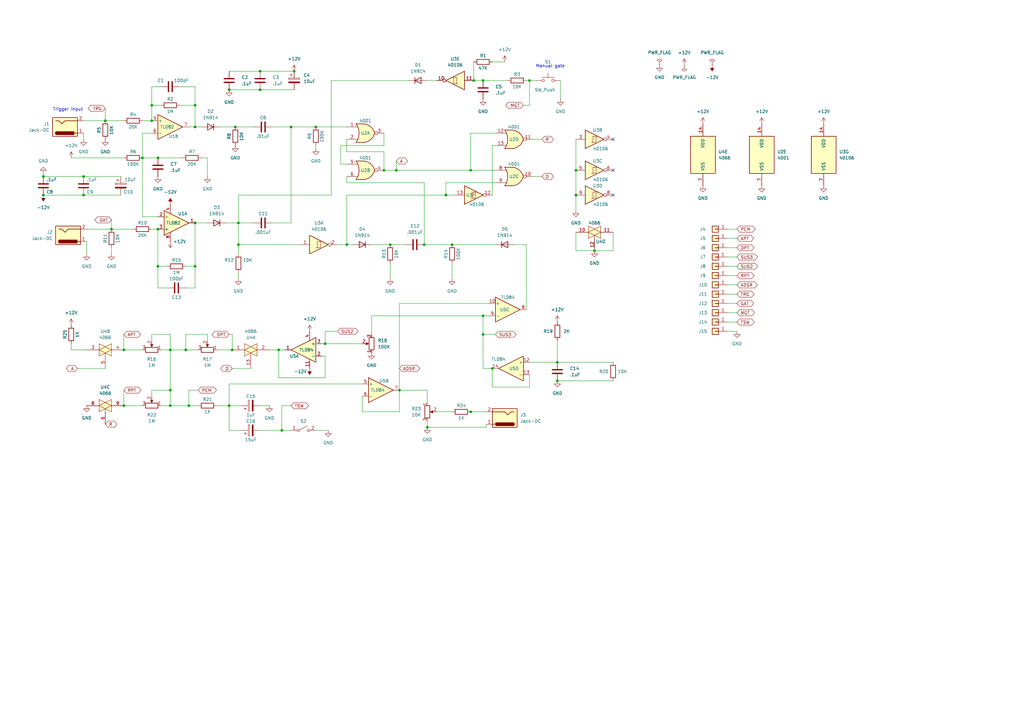
<source format=kicad_sch>
(kicad_sch (version 20211123) (generator eeschema)
  (paper "A3")
  (lib_symbols
    (symbol "4xxx:4001" (pin_names (offset 1.016))
      (property "Reference" "U" (at 0 1.27 0))
      (property "Value" "4001" (at 0 -1.27 0))
      (symbol "4001_1_1"
        (pin input line (at -7.62 2.54 0) (length 4.318) (name "~") (number "1"))
        (pin input line (at -7.62 -2.54 0) (length 4.318) (name "~") (number "2"))
        (pin output inverted (at 7.62 0 180) (length 3.81) (name "~") (number "3"))
      )
      (symbol "4001_1_2"
        (pin input inverted (at -7.62 2.54 0) (length 3.81) (name "~") (number "1"))
        (pin input inverted (at -7.62 -2.54 0) (length 3.81) (name "~") (number "2"))
        (pin output line (at 7.62 0 180) (length 3.81) (name "~") (number "3"))
      )
      (symbol "4001_2_1"
        (pin output inverted (at 7.62 0 180) (length 3.81) (name "~") (number "4"))
        (pin input line (at -7.62 2.54 0) (length 4.318) (name "~") (number "5"))
        (pin input line (at -7.62 -2.54 0) (length 4.318) (name "~") (number "6"))
      )
      (symbol "4001_2_2"
        (pin output line (at 7.62 0 180) (length 3.81) (name "~") (number "4"))
        (pin input inverted (at -7.62 2.54 0) (length 3.81) (name "~") (number "5"))
        (pin input inverted (at -7.62 -2.54 0) (length 3.81) (name "~") (number "6"))
      )
      (symbol "4001_3_1"
        (pin output inverted (at 7.62 0 180) (length 3.81) (name "~") (number "10"))
        (pin input line (at -7.62 2.54 0) (length 4.318) (name "~") (number "8"))
        (pin input line (at -7.62 -2.54 0) (length 4.318) (name "~") (number "9"))
      )
      (symbol "4001_3_2"
        (pin output line (at 7.62 0 180) (length 3.81) (name "~") (number "10"))
        (pin input inverted (at -7.62 2.54 0) (length 3.81) (name "~") (number "8"))
        (pin input inverted (at -7.62 -2.54 0) (length 3.81) (name "~") (number "9"))
      )
      (symbol "4001_4_1"
        (pin output inverted (at 7.62 0 180) (length 3.81) (name "~") (number "11"))
        (pin input line (at -7.62 2.54 0) (length 4.318) (name "~") (number "12"))
        (pin input line (at -7.62 -2.54 0) (length 4.318) (name "~") (number "13"))
      )
      (symbol "4001_4_2"
        (pin output line (at 7.62 0 180) (length 3.81) (name "~") (number "11"))
        (pin input inverted (at -7.62 2.54 0) (length 3.81) (name "~") (number "12"))
        (pin input inverted (at -7.62 -2.54 0) (length 3.81) (name "~") (number "13"))
      )
      (symbol "4001_5_0"
        (pin power_in line (at 0 12.7 270) (length 5.08) (name "VDD") (number "14"))
        (pin power_in line (at 0 -12.7 90) (length 5.08) (name "VSS") (number "7"))
      )
    )
    (symbol "4xxx:40106" (pin_names (offset 1.016))
      (property "Reference" "U" (at 0 1.27 0))
      (property "Value" "40106" (at 0 -1.27 0))
      (symbol "40106_1_0"
        (pin input line (at -7.62 0 0) (length 3.81) (name "~") (number "1"))
        (pin output inverted (at 7.62 0 180) (length 3.81) (name "~") (number "2"))
      )
      (symbol "40106_2_0"
        (pin input line (at -7.62 0 0) (length 3.81) (name "~") (number "3"))
        (pin output inverted (at 7.62 0 180) (length 3.81) (name "~") (number "4"))
      )
      (symbol "40106_3_0"
        (pin input line (at -7.62 0 0) (length 3.81) (name "~") (number "5"))
        (pin output inverted (at 7.62 0 180) (length 3.81) (name "~") (number "6"))
      )
      (symbol "40106_4_0"
        (pin output inverted (at 7.62 0 180) (length 3.81) (name "~") (number "8"))
        (pin input line (at -7.62 0 0) (length 3.81) (name "~") (number "9"))
      )
      (symbol "40106_5_0"
        (pin output inverted (at 7.62 0 180) (length 3.81) (name "~") (number "10"))
        (pin input line (at -7.62 0 0) (length 3.81) (name "~") (number "11"))
      )
      (symbol "40106_6_0"
        (pin output inverted (at 7.62 0 180) (length 3.81) (name "~") (number "12"))
        (pin input line (at -7.62 0 0) (length 3.81) (name "~") (number "13"))
      )
      (symbol "40106_7_0"
        (pin power_in line (at 0 12.7 270) (length 5.08) (name "VDD") (number "14"))
        (pin power_in line (at 0 -12.7 90) (length 5.08) (name "VSS") (number "7"))
      )
    )
    (symbol "4xxx:4066" (pin_names (offset 1.016))
      (property "Reference" "U" (at -7.62 8.89 0))
      (property "Value" "4066" (at -7.62 -8.89 0))
      (symbol "4066_1_0"
        (pin passive line (at -7.62 0 0) (length 5.08) (name "~") (number "1"))
        (pin input line (at 0 7.62 270) (length 5.08) (name "~") (number "13"))
        (pin passive line (at 7.62 0 180) (length 5.08) (name "~") (number "2"))
      )
      (symbol "4066_2_0"
        (pin passive line (at 7.62 0 180) (length 5.08) (name "~") (number "3"))
        (pin passive line (at -7.62 0 0) (length 5.08) (name "~") (number "4"))
        (pin input line (at 0 7.62 270) (length 5.08) (name "~") (number "5"))
      )
      (symbol "4066_3_0"
        (pin input line (at 0 7.62 270) (length 5.08) (name "~") (number "6"))
        (pin passive line (at -7.62 0 0) (length 5.08) (name "~") (number "8"))
        (pin passive line (at 7.62 0 180) (length 5.08) (name "~") (number "9"))
      )
      (symbol "4066_4_0"
        (pin passive line (at 7.62 0 180) (length 5.08) (name "~") (number "10"))
        (pin passive line (at -7.62 0 0) (length 5.08) (name "~") (number "11"))
        (pin input line (at 0 7.62 270) (length 5.08) (name "~") (number "12"))
      )
      (symbol "4066_5_0"
        (pin power_in line (at 0 12.7 270) (length 5.08) (name "VDD") (number "14"))
        (pin power_in line (at 0 -12.7 90) (length 5.08) (name "VSS") (number "7"))
      )
    )
    (symbol "Amplifier_Operational:TL082" (pin_names (offset 0.127))
      (property "Reference" "U" (at 0 5.08 0))
      (property "Value" "TL082" (at 0 -5.08 0))
      (symbol "TL082_1_1"
        (pin output line (at 7.62 0 180) (length 2.54) (name "~") (number "1"))
        (pin input line (at -7.62 -2.54 0) (length 2.54) (name "-") (number "2"))
        (pin input line (at -7.62 2.54 0) (length 2.54) (name "+") (number "3"))
      )
      (symbol "TL082_2_1"
        (pin input line (at -7.62 2.54 0) (length 2.54) (name "+") (number "5"))
        (pin input line (at -7.62 -2.54 0) (length 2.54) (name "-") (number "6"))
        (pin output line (at 7.62 0 180) (length 2.54) (name "~") (number "7"))
      )
      (symbol "TL082_3_1"
        (pin power_in line (at -2.54 -7.62 90) (length 3.81) (name "V-") (number "4"))
        (pin power_in line (at -2.54 7.62 270) (length 3.81) (name "V+") (number "8"))
      )
    )
    (symbol "Amplifier_Operational:TL084" (pin_names (offset 0.127))
      (property "Reference" "U" (at 0 5.08 0))
      (property "Value" "TL084" (at 0 -5.08 0))
      (symbol "TL084_1_1"
        (pin output line (at 7.62 0 180) (length 2.54) (name "~") (number "1"))
        (pin input line (at -7.62 -2.54 0) (length 2.54) (name "-") (number "2"))
        (pin input line (at -7.62 2.54 0) (length 2.54) (name "+") (number "3"))
      )
      (symbol "TL084_2_1"
        (pin input line (at -7.62 2.54 0) (length 2.54) (name "+") (number "5"))
        (pin input line (at -7.62 -2.54 0) (length 2.54) (name "-") (number "6"))
        (pin output line (at 7.62 0 180) (length 2.54) (name "~") (number "7"))
      )
      (symbol "TL084_3_1"
        (pin input line (at -7.62 2.54 0) (length 2.54) (name "+") (number "10"))
        (pin output line (at 7.62 0 180) (length 2.54) (name "~") (number "8"))
        (pin input line (at -7.62 -2.54 0) (length 2.54) (name "-") (number "9"))
      )
      (symbol "TL084_4_1"
        (pin input line (at -7.62 2.54 0) (length 2.54) (name "+") (number "12"))
        (pin input line (at -7.62 -2.54 0) (length 2.54) (name "-") (number "13"))
        (pin output line (at 7.62 0 180) (length 2.54) (name "~") (number "14"))
      )
      (symbol "TL084_5_1"
        (pin power_in line (at -2.54 -7.62 90) (length 3.81) (name "V-") (number "11"))
        (pin power_in line (at -2.54 7.62 270) (length 3.81) (name "V+") (number "4"))
      )
    )
    (symbol "Connector:Jack-DC" (pin_names (offset 1.016))
      (property "Reference" "J" (at 0 5.334 0))
      (property "Value" "Jack-DC" (at 0 -5.08 0))
      (symbol "Jack-DC_1_1"
        (pin passive line (at 7.62 2.54 180) (length 2.54) (name "~") (number "1"))
        (pin passive line (at 7.62 -2.54 180) (length 2.54) (name "~") (number "2"))
      )
    )
    (symbol "Connector_Generic:Conn_01x01" (pin_names (offset 1.016) hide)
      (property "Reference" "J" (at 0 2.54 0))
      (property "Value" "Conn_01x01" (at 0 -2.54 0))
      (symbol "Conn_01x01_1_1"
        (pin passive line (at -5.08 0 0) (length 3.81) (name "Pin_1") (number "1"))
      )
    )
    (symbol "Device:C" (pin_numbers hide) (pin_names (offset 0.254))
      (property "Reference" "C" (at 0.635 2.54 0))
      (property "Value" "C" (at 0.635 -2.54 0))
      (symbol "C_1_1"
        (pin passive line (at 0 3.81 270) (length 2.794) (name "~") (number "1"))
        (pin passive line (at 0 -3.81 90) (length 2.794) (name "~") (number "2"))
      )
    )
    (symbol "Device:C_Polarized" (pin_numbers hide) (pin_names (offset 0.254))
      (property "Reference" "C" (at 0.635 2.54 0))
      (property "Value" "C_Polarized" (at 0.635 -2.54 0))
      (symbol "C_Polarized_1_1"
        (pin passive line (at 0 3.81 270) (length 2.794) (name "~") (number "1"))
        (pin passive line (at 0 -3.81 90) (length 2.794) (name "~") (number "2"))
      )
    )
    (symbol "Device:R" (pin_numbers hide) (pin_names (offset 0))
      (property "Reference" "R" (at 2.032 0 90))
      (property "Value" "R" (at 0 0 90))
      (symbol "R_1_1"
        (pin passive line (at 0 3.81 270) (length 1.27) (name "~") (number "1"))
        (pin passive line (at 0 -3.81 90) (length 1.27) (name "~") (number "2"))
      )
    )
    (symbol "Device:R_Potentiometer" (pin_names (offset 1.016) hide)
      (property "Reference" "RV" (at -4.445 0 90))
      (property "Value" "R_Potentiometer" (at -2.54 0 90))
      (symbol "R_Potentiometer_1_1"
        (pin passive line (at 0 3.81 270) (length 1.27) (name "1") (number "1"))
        (pin passive line (at 3.81 0 180) (length 1.27) (name "2") (number "2"))
        (pin passive line (at 0 -3.81 90) (length 1.27) (name "3") (number "3"))
      )
    )
    (symbol "Diode:1N914" (pin_numbers hide) (pin_names (offset 1.016) hide)
      (property "Reference" "D" (at 0 2.54 0))
      (property "Value" "1N914" (at 0 -2.54 0))
      (symbol "1N914_1_1"
        (pin passive line (at -3.81 0 0) (length 2.54) (name "K") (number "1"))
        (pin passive line (at 3.81 0 180) (length 2.54) (name "A") (number "2"))
      )
    )
    (symbol "Switch:SW_Push" (pin_numbers hide) (pin_names (offset 1.016) hide)
      (property "Reference" "SW" (at 1.27 2.54 0))
      (property "Value" "SW_Push" (at 0 -1.524 0))
      (symbol "SW_Push_0_1"
        (pin passive line (at -5.08 0 0) (length 2.54) (name "1") (number "1"))
        (pin passive line (at 5.08 0 180) (length 2.54) (name "2") (number "2"))
      )
    )
    (symbol "Switch:SW_SPST" (pin_names (offset 0) hide)
      (property "Reference" "SW" (at 0 3.175 0))
      (property "Value" "SW_SPST" (at 0 -2.54 0))
      (symbol "SW_SPST_1_1"
        (pin passive line (at -5.08 0 0) (length 2.54) (name "A") (number "1"))
        (pin passive line (at 5.08 0 180) (length 2.54) (name "B") (number "2"))
      )
    )
    (symbol "TL082_1" (pin_names (offset 0.127) hide)
      (property "Reference" "U" (at 0 5.08 0))
      (property "Value" "TL082_1" (at 0 -5.08 0))
      (symbol "TL082_1_1_1"
        (pin output line (at 7.62 0 180) (length 2.54) (name "~") (number "1"))
        (pin input line (at -7.62 -2.54 0) (length 2.54) (name "-") (number "2"))
        (pin input line (at -7.62 2.54 0) (length 2.54) (name "+") (number "3"))
      )
      (symbol "TL082_1_2_1"
        (pin input line (at -7.62 2.54 0) (length 2.54) (name "+") (number "5"))
        (pin input line (at -7.62 -2.54 0) (length 2.54) (name "-") (number "6"))
        (pin output line (at 7.62 0 180) (length 2.54) (name "~") (number "7"))
      )
      (symbol "TL082_1_3_1"
        (pin power_in line (at -2.54 -7.62 90) (length 3.81) (name "V-") (number "4"))
        (pin power_in line (at -2.54 7.62 270) (length 3.81) (name "V+") (number "8"))
      )
    )
    (symbol "TL084_1" (pin_names (offset 0.127) hide)
      (property "Reference" "U" (at 0 5.08 0))
      (property "Value" "TL084_1" (at 0 -5.08 0))
      (symbol "TL084_1_1_1"
        (pin output line (at 7.62 0 180) (length 2.54) (name "~") (number "1"))
        (pin input line (at -7.62 -2.54 0) (length 2.54) (name "-") (number "2"))
        (pin input line (at -7.62 2.54 0) (length 2.54) (name "+") (number "3"))
      )
      (symbol "TL084_1_2_1"
        (pin input line (at -7.62 2.54 0) (length 2.54) (name "+") (number "5"))
        (pin input line (at -7.62 -2.54 0) (length 2.54) (name "-") (number "6"))
        (pin output line (at 7.62 0 180) (length 2.54) (name "~") (number "7"))
      )
      (symbol "TL084_1_3_1"
        (pin input line (at -7.62 2.54 0) (length 2.54) (name "+") (number "10"))
        (pin output line (at 7.62 0 180) (length 2.54) (name "~") (number "8"))
        (pin input line (at -7.62 -2.54 0) (length 2.54) (name "-") (number "9"))
      )
      (symbol "TL084_1_4_1"
        (pin input line (at -7.62 2.54 0) (length 2.54) (name "+") (number "12"))
        (pin input line (at -7.62 -2.54 0) (length 2.54) (name "-") (number "13"))
        (pin output line (at 7.62 0 180) (length 2.54) (name "~") (number "14"))
      )
      (symbol "TL084_1_5_1"
        (pin power_in line (at -2.54 -7.62 90) (length 3.81) (name "V-") (number "11"))
        (pin power_in line (at -2.54 7.62 270) (length 3.81) (name "V+") (number "4"))
      )
    )
    (symbol "power:+12V" (power) (pin_names (offset 0))
      (property "Value" "+12V" (at 0 3.556 0))
      (symbol "+12V_1_1"
        (pin power_in line (at 0 0 90) (length 0) hide (name "+12V") (number "1"))
      )
    )
    (symbol "power:-12V" (power) (pin_names (offset 0))
      (property "Value" "-12V" (at 0 3.81 0))
      (symbol "-12V_0_0"
        (pin power_in line (at 0 0 90) (length 0) hide (name "-12V") (number "1"))
      )
    )
    (symbol "power:GND" (power) (pin_names (offset 0))
      (property "Value" "GND" (at 0 -3.81 0))
      (symbol "GND_1_1"
        (pin power_in line (at 0 0 270) (length 0) hide (name "GND") (number "1"))
      )
    )
    (symbol "power:PWR_FLAG" (power) (pin_numbers hide) (pin_names (offset 0) hide)
      (property "Value" "PWR_FLAG" (at 0 3.81 0))
      (symbol "PWR_FLAG_0_0"
        (pin power_out line (at 0 0 90) (length 0) (name "pwr") (number "1"))
      )
    )
  )
  (junction (at 97.79 100.33))
  (junction (at 193.04 168.91))
  (junction (at 95.25 143.51))
  (junction (at 106.68 29.21))
  (junction (at 80.01 43.18))
  (junction (at 69.85 160.02))
  (junction (at 236.22 69.85))
  (junction (at 77.47 166.37))
  (junction (at 58.42 64.77))
  (junction (at 236.22 80.01))
  (junction (at 62.23 49.53))
  (junction (at 106.68 36.83))
  (junction (at 50.8 143.51))
  (junction (at 157.48 69.85))
  (junction (at 17.78 80.01))
  (junction (at 185.42 100.33))
  (junction (at 201.93 151.13))
  (junction (at 34.29 80.01))
  (junction (at 120.65 29.21))
  (junction (at 76.2 143.51))
  (junction (at 228.6 156.21))
  (junction (at 80.01 91.44))
  (junction (at 114.3 143.51))
  (junction (at 34.29 72.39))
  (junction (at 64.77 93.98))
  (junction (at 80.01 52.07))
  (junction (at 64.77 109.22))
  (junction (at 115.57 176.53))
  (junction (at 43.18 49.53))
  (junction (at 50.8 166.37))
  (junction (at 62.23 43.18))
  (junction (at 243.84 102.87))
  (junction (at 129.54 52.07))
  (junction (at 80.01 109.22))
  (junction (at 162.56 69.85))
  (junction (at 198.12 137.16))
  (junction (at 45.72 93.98))
  (junction (at 175.26 175.26))
  (junction (at 97.79 91.44))
  (junction (at 93.98 166.37))
  (junction (at 228.6 148.59))
  (junction (at 160.02 100.33))
  (junction (at 194.31 33.02))
  (junction (at 198.12 33.02))
  (junction (at 119.38 52.07))
  (junction (at 217.17 33.02))
  (junction (at 64.77 64.77))
  (junction (at 198.12 129.54))
  (junction (at 69.85 143.51))
  (junction (at 163.83 160.02))
  (junction (at 193.04 69.85))
  (junction (at 93.98 36.83))
  (junction (at 133.35 140.97))
  (junction (at 17.78 72.39))
  (junction (at 142.24 100.33))
  (junction (at 69.85 166.37))
  (junction (at 182.88 80.01))
  (junction (at 173.99 100.33))
  (junction (at 96.52 52.07))
  (no_connect (at 251.46 80.01))
  (no_connect (at 251.46 69.85))
  (no_connect (at 251.46 57.15))
  (wire (pts (xy 17.78 72.39) (xy 34.29 72.39)))
  (wire (pts (xy 62.23 139.7) (xy 62.23 137.16)))
  (wire (pts (xy 76.2 137.16) (xy 76.2 143.51)))
  (wire (pts (xy 298.45 97.79) (xy 302.26 97.79)))
  (wire (pts (xy 64.77 109.22) (xy 64.77 93.98)))
  (wire (pts (xy 160.02 107.95) (xy 160.02 114.3)))
  (wire (pts (xy 157.48 59.69) (xy 157.48 54.61)))
  (wire (pts (xy 95.25 151.13) (xy 102.87 151.13)))
  (wire (pts (xy 228.6 156.21) (xy 251.46 156.21)))
  (wire (pts (xy 50.8 160.02) (xy 50.8 166.37)))
  (wire (pts (xy 35.56 99.06) (xy 35.56 104.14)))
  (wire (pts (xy 298.45 128.27) (xy 302.26 128.27)))
  (wire (pts (xy 162.56 66.04) (xy 162.56 69.85)))
  (wire (pts (xy 163.83 168.91) (xy 163.83 160.02)))
  (wire (pts (xy 92.71 91.44) (xy 97.79 91.44)))
  (wire (pts (xy 215.9 100.33) (xy 210.82 100.33)))
  (wire (pts (xy 215.9 33.02) (xy 217.17 33.02)))
  (wire (pts (xy 62.23 160.02) (xy 69.85 160.02)))
  (wire (pts (xy 135.89 33.02) (xy 167.64 33.02)))
  (wire (pts (xy 43.18 44.45) (xy 43.18 49.53)))
  (wire (pts (xy 64.77 109.22) (xy 68.58 109.22)))
  (wire (pts (xy 139.7 59.69) (xy 157.48 59.69)))
  (wire (pts (xy 243.84 102.87) (xy 251.46 102.87)))
  (wire (pts (xy 142.24 80.01) (xy 182.88 80.01)))
  (wire (pts (xy 193.04 54.61) (xy 193.04 69.85)))
  (wire (pts (xy 62.23 49.53) (xy 62.23 43.18)))
  (wire (pts (xy 73.66 35.56) (xy 80.01 35.56)))
  (wire (pts (xy 35.56 93.98) (xy 45.72 93.98)))
  (wire (pts (xy 217.17 33.02) (xy 219.71 33.02)))
  (wire (pts (xy 135.89 33.02) (xy 135.89 80.01)))
  (wire (pts (xy 218.44 57.15) (xy 222.25 57.15)))
  (wire (pts (xy 182.88 74.93) (xy 182.88 80.01)))
  (wire (pts (xy 135.89 80.01) (xy 97.79 80.01)))
  (wire (pts (xy 298.45 120.65) (xy 302.26 120.65)))
  (wire (pts (xy 298.45 132.08) (xy 302.26 132.08)))
  (wire (pts (xy 191.77 168.91) (xy 193.04 168.91)))
  (wire (pts (xy 133.35 140.97) (xy 148.59 140.97)))
  (wire (pts (xy 69.85 166.37) (xy 69.85 160.02)))
  (wire (pts (xy 58.42 88.9) (xy 64.77 88.9)))
  (wire (pts (xy 97.79 100.33) (xy 97.79 104.14)))
  (wire (pts (xy 193.04 168.91) (xy 199.39 168.91)))
  (wire (pts (xy 77.47 166.37) (xy 81.28 166.37)))
  (wire (pts (xy 133.35 146.05) (xy 132.08 146.05)))
  (wire (pts (xy 97.79 100.33) (xy 123.19 100.33)))
  (wire (pts (xy 139.7 67.31) (xy 139.7 59.69)))
  (wire (pts (xy 45.72 90.17) (xy 45.72 93.98)))
  (wire (pts (xy 217.17 148.59) (xy 228.6 148.59)))
  (wire (pts (xy 93.98 29.21) (xy 106.68 29.21)))
  (wire (pts (xy 114.3 154.94) (xy 133.35 154.94)))
  (wire (pts (xy 185.42 100.33) (xy 203.2 100.33)))
  (wire (pts (xy 80.01 109.22) (xy 80.01 91.44)))
  (wire (pts (xy 62.23 137.16) (xy 69.85 137.16)))
  (wire (pts (xy 62.23 35.56) (xy 66.04 35.56)))
  (wire (pts (xy 114.3 143.51) (xy 116.84 143.51)))
  (wire (pts (xy 50.8 137.16) (xy 50.8 143.51)))
  (wire (pts (xy 203.2 74.93) (xy 182.88 74.93)))
  (wire (pts (xy 129.54 59.69) (xy 129.54 60.96)))
  (wire (pts (xy 198.12 151.13) (xy 201.93 151.13)))
  (wire (pts (xy 88.9 166.37) (xy 93.98 166.37)))
  (wire (pts (xy 93.98 166.37) (xy 99.06 166.37)))
  (wire (pts (xy 81.28 160.02) (xy 77.47 160.02)))
  (wire (pts (xy 173.99 74.93) (xy 173.99 100.33)))
  (wire (pts (xy 43.18 49.53) (xy 50.8 49.53)))
  (wire (pts (xy 73.66 43.18) (xy 80.01 43.18)))
  (wire (pts (xy 133.35 135.89) (xy 133.35 140.97)))
  (wire (pts (xy 64.77 118.11) (xy 64.77 109.22)))
  (wire (pts (xy 85.09 64.77) (xy 85.09 72.39)))
  (wire (pts (xy 62.23 43.18) (xy 66.04 43.18)))
  (wire (pts (xy 97.79 111.76) (xy 97.79 114.3)))
  (wire (pts (xy 69.85 166.37) (xy 77.47 166.37)))
  (wire (pts (xy 298.45 124.46) (xy 302.26 124.46)))
  (wire (pts (xy 152.4 129.54) (xy 198.12 129.54)))
  (wire (pts (xy 199.39 175.26) (xy 175.26 175.26)))
  (wire (pts (xy 50.8 166.37) (xy 58.42 166.37)))
  (wire (pts (xy 201.93 151.13) (xy 201.93 158.75)))
  (wire (pts (xy 93.98 166.37) (xy 93.98 157.48)))
  (wire (pts (xy 93.98 157.48) (xy 148.59 157.48)))
  (wire (pts (xy 175.26 33.02) (xy 179.07 33.02)))
  (wire (pts (xy 142.24 100.33) (xy 142.24 80.01)))
  (wire (pts (xy 186.69 80.01) (xy 182.88 80.01)))
  (wire (pts (xy 80.01 52.07) (xy 77.47 52.07)))
  (wire (pts (xy 201.93 158.75) (xy 217.17 158.75)))
  (wire (pts (xy 110.49 143.51) (xy 114.3 143.51)))
  (wire (pts (xy 34.29 54.61) (xy 34.29 57.15)))
  (wire (pts (xy 298.45 105.41) (xy 302.26 105.41)))
  (wire (pts (xy 77.47 160.02) (xy 77.47 166.37)))
  (wire (pts (xy 236.22 80.01) (xy 236.22 86.36)))
  (wire (pts (xy 236.22 102.87) (xy 243.84 102.87)))
  (wire (pts (xy 193.04 69.85) (xy 203.2 69.85)))
  (wire (pts (xy 80.01 91.44) (xy 85.09 91.44)))
  (wire (pts (xy 90.17 52.07) (xy 96.52 52.07)))
  (wire (pts (xy 203.2 54.61) (xy 193.04 54.61)))
  (wire (pts (xy 198.12 33.02) (xy 208.28 33.02)))
  (wire (pts (xy 218.44 72.39) (xy 222.25 72.39)))
  (wire (pts (xy 69.85 143.51) (xy 66.04 143.51)))
  (wire (pts (xy 111.76 52.07) (xy 119.38 52.07)))
  (wire (pts (xy 179.07 168.91) (xy 185.42 168.91)))
  (wire (pts (xy 298.45 135.89) (xy 302.26 135.89)))
  (wire (pts (xy 69.85 137.16) (xy 69.85 143.51)))
  (wire (pts (xy 198.12 137.16) (xy 198.12 129.54)))
  (wire (pts (xy 29.21 64.77) (xy 50.8 64.77)))
  (wire (pts (xy 88.9 143.51) (xy 95.25 143.51)))
  (wire (pts (xy 251.46 102.87) (xy 251.46 95.25)))
  (wire (pts (xy 58.42 64.77) (xy 58.42 88.9)))
  (wire (pts (xy 76.2 109.22) (xy 80.01 109.22)))
  (wire (pts (xy 82.55 64.77) (xy 85.09 64.77)))
  (wire (pts (xy 115.57 166.37) (xy 115.57 176.53)))
  (wire (pts (xy 114.3 154.94) (xy 114.3 143.51)))
  (wire (pts (xy 229.87 33.02) (xy 229.87 40.64)))
  (wire (pts (xy 45.72 101.6) (xy 45.72 104.14)))
  (wire (pts (xy 129.54 176.53) (xy 134.62 176.53)))
  (wire (pts (xy 175.26 160.02) (xy 175.26 165.1)))
  (wire (pts (xy 163.83 160.02) (xy 163.83 124.46)))
  (wire (pts (xy 298.45 109.22) (xy 302.26 109.22)))
  (wire (pts (xy 133.35 135.89) (xy 138.43 135.89)))
  (wire (pts (xy 148.59 168.91) (xy 163.83 168.91)))
  (wire (pts (xy 142.24 67.31) (xy 139.7 67.31)))
  (wire (pts (xy 215.9 127) (xy 215.9 100.33)))
  (wire (pts (xy 162.56 69.85) (xy 193.04 69.85)))
  (wire (pts (xy 80.01 118.11) (xy 80.01 109.22)))
  (wire (pts (xy 298.45 93.98) (xy 302.26 93.98)))
  (wire (pts (xy 194.31 25.4) (xy 194.31 33.02)))
  (wire (pts (xy 214.63 43.18) (xy 217.17 43.18)))
  (wire (pts (xy 58.42 64.77) (xy 64.77 64.77)))
  (wire (pts (xy 50.8 143.51) (xy 58.42 143.51)))
  (wire (pts (xy 106.68 36.83) (xy 120.65 36.83)))
  (wire (pts (xy 298.45 113.03) (xy 302.26 113.03)))
  (wire (pts (xy 29.21 140.97) (xy 29.21 143.51)))
  (wire (pts (xy 99.06 176.53) (xy 93.98 176.53)))
  (wire (pts (xy 80.01 52.07) (xy 82.55 52.07)))
  (wire (pts (xy 217.17 43.18) (xy 217.17 33.02)))
  (wire (pts (xy 93.98 176.53) (xy 93.98 166.37)))
  (wire (pts (xy 58.42 49.53) (xy 62.23 49.53)))
  (wire (pts (xy 142.24 74.93) (xy 173.99 74.93)))
  (wire (pts (xy 152.4 100.33) (xy 160.02 100.33)))
  (wire (pts (xy 217.17 158.75) (xy 217.17 153.67)))
  (wire (pts (xy 93.98 36.83) (xy 106.68 36.83)))
  (wire (pts (xy 69.85 160.02) (xy 69.85 143.51)))
  (wire (pts (xy 236.22 57.15) (xy 236.22 69.85)))
  (wire (pts (xy 152.4 129.54) (xy 152.4 137.16)))
  (wire (pts (xy 106.68 166.37) (xy 110.49 166.37)))
  (wire (pts (xy 129.54 52.07) (xy 142.24 52.07)))
  (wire (pts (xy 173.99 100.33) (xy 185.42 100.33)))
  (wire (pts (xy 80.01 35.56) (xy 80.01 43.18)))
  (wire (pts (xy 157.48 69.85) (xy 162.56 69.85)))
  (wire (pts (xy 115.57 176.53) (xy 119.38 176.53)))
  (wire (pts (xy 93.98 137.16) (xy 95.25 137.16)))
  (wire (pts (xy 236.22 69.85) (xy 236.22 80.01)))
  (wire (pts (xy 163.83 160.02) (xy 175.26 160.02)))
  (wire (pts (xy 298.45 101.6) (xy 302.26 101.6)))
  (wire (pts (xy 119.38 166.37) (xy 115.57 166.37)))
  (wire (pts (xy 133.35 154.94) (xy 133.35 146.05)))
  (wire (pts (xy 29.21 143.51) (xy 35.56 143.51)))
  (wire (pts (xy 66.04 166.37) (xy 69.85 166.37)))
  (wire (pts (xy 62.23 43.18) (xy 62.23 35.56)))
  (wire (pts (xy 34.29 49.53) (xy 43.18 49.53)))
  (wire (pts (xy 31.75 151.13) (xy 43.18 151.13)))
  (wire (pts (xy 97.79 91.44) (xy 104.14 91.44)))
  (wire (pts (xy 185.42 107.95) (xy 185.42 114.3)))
  (wire (pts (xy 95.25 137.16) (xy 95.25 143.51)))
  (wire (pts (xy 142.24 100.33) (xy 144.78 100.33)))
  (wire (pts (xy 203.2 137.16) (xy 198.12 137.16)))
  (wire (pts (xy 175.26 172.72) (xy 175.26 175.26)))
  (wire (pts (xy 106.68 176.53) (xy 115.57 176.53)))
  (wire (pts (xy 58.42 54.61) (xy 58.42 64.77)))
  (wire (pts (xy 228.6 148.59) (xy 251.46 148.59)))
  (wire (pts (xy 97.79 80.01) (xy 97.79 91.44)))
  (wire (pts (xy 76.2 118.11) (xy 80.01 118.11)))
  (wire (pts (xy 111.76 91.44) (xy 119.38 91.44)))
  (wire (pts (xy 142.24 72.39) (xy 142.24 74.93)))
  (wire (pts (xy 17.78 80.01) (xy 34.29 80.01)))
  (wire (pts (xy 80.01 43.18) (xy 80.01 52.07)))
  (wire (pts (xy 62.23 54.61) (xy 58.42 54.61)))
  (wire (pts (xy 199.39 173.99) (xy 199.39 175.26)))
  (wire (pts (xy 201.93 80.01) (xy 201.93 59.69)))
  (wire (pts (xy 34.29 80.01) (xy 49.53 80.01)))
  (wire (pts (xy 228.6 139.7) (xy 228.6 148.59)))
  (wire (pts (xy 236.22 95.25) (xy 236.22 102.87)))
  (wire (pts (xy 163.83 124.46) (xy 200.66 124.46)))
  (wire (pts (xy 68.58 118.11) (xy 64.77 118.11)))
  (wire (pts (xy 201.93 25.4) (xy 207.01 25.4)))
  (wire (pts (xy 194.31 33.02) (xy 198.12 33.02)))
  (wire (pts (xy 85.09 139.7) (xy 85.09 137.16)))
  (wire (pts (xy 76.2 143.51) (xy 81.28 143.51)))
  (wire (pts (xy 85.09 137.16) (xy 76.2 137.16)))
  (wire (pts (xy 45.72 93.98) (xy 54.61 93.98)))
  (wire (pts (xy 148.59 162.56) (xy 148.59 168.91)))
  (wire (pts (xy 142.24 62.23) (xy 157.48 62.23)))
  (wire (pts (xy 106.68 29.21) (xy 120.65 29.21)))
  (wire (pts (xy 298.45 116.84) (xy 302.26 116.84)))
  (wire (pts (xy 201.93 59.69) (xy 203.2 59.69)))
  (wire (pts (xy 62.23 162.56) (xy 62.23 160.02)))
  (wire (pts (xy 64.77 64.77) (xy 74.93 64.77)))
  (wire (pts (xy 17.78 72.39) (xy 17.78 71.12)))
  (wire (pts (xy 198.12 137.16) (xy 198.12 151.13)))
  (wire (pts (xy 34.29 72.39) (xy 49.53 72.39)))
  (wire (pts (xy 62.23 93.98) (xy 64.77 93.98)))
  (wire (pts (xy 132.08 140.97) (xy 133.35 140.97)))
  (wire (pts (xy 97.79 91.44) (xy 97.79 100.33)))
  (wire (pts (xy 142.24 57.15) (xy 142.24 62.23)))
  (wire (pts (xy 119.38 52.07) (xy 119.38 91.44)))
  (wire (pts (xy 160.02 100.33) (xy 166.37 100.33)))
  (wire (pts (xy 198.12 129.54) (xy 200.66 129.54)))
  (wire (pts (xy 138.43 100.33) (xy 142.24 100.33)))
  (wire (pts (xy 69.85 143.51) (xy 76.2 143.51)))
  (wire (pts (xy 119.38 52.07) (xy 129.54 52.07)))
  (wire (pts (xy 157.48 62.23) (xy 157.48 69.85)))
  (wire (pts (xy 96.52 52.07) (xy 104.14 52.07)))
  (text "Manual gate" (at 219.71 27.94 0) (effects (font (size 1.27 1.27)) (justify left bottom)))
  (text "Trigger input" (at 21.59 45.72 0) (effects (font (size 1.27 1.27)) (justify left bottom)))
  (global_label "ADSR" (shape bidirectional) (at 163.83 151.13 0) (property "Intersheet References" "${INTERSHEET_REFS}" (effects hide)))
  (global_label "ADSR" (shape bidirectional) (at 302.26 116.84 0) (property "Intersheet References" "${INTERSHEET_REFS}" (effects hide)))
  (global_label "SUS3" (shape bidirectional) (at 203.2 137.16 0) (property "Intersheet References" "${INTERSHEET_REFS}" (effects hide)))
  (global_label "D" (shape bidirectional) (at 222.25 72.39 0) (property "Intersheet References" "${INTERSHEET_REFS}" (effects hide)))
  (global_label "RPT" (shape bidirectional) (at 302.26 113.03 0) (property "Intersheet References" "${INTERSHEET_REFS}" (effects hide)))
  (global_label "TSW" (shape bidirectional) (at 119.38 166.37 0) (property "Intersheet References" "${INTERSHEET_REFS}" (effects hide)))
  (global_label "APT" (shape bidirectional) (at 50.8 137.16 0) (property "Intersheet References" "${INTERSHEET_REFS}" (effects hide)))
  (global_label "MGT" (shape bidirectional) (at 214.63 43.18 180) (property "Intersheet References" "${INTERSHEET_REFS}" (effects hide)))
  (global_label "DPT" (shape bidirectional) (at 93.98 137.16 180) (property "Intersheet References" "${INTERSHEET_REFS}" (effects hide)))
  (global_label "GAT" (shape bidirectional) (at 45.72 90.17 180) (property "Intersheet References" "${INTERSHEET_REFS}" (effects hide)))
  (global_label "DPT" (shape bidirectional) (at 302.26 101.6 0) (property "Intersheet References" "${INTERSHEET_REFS}" (effects hide)))
  (global_label "APT" (shape bidirectional) (at 302.26 97.79 0) (property "Intersheet References" "${INTERSHEET_REFS}" (effects hide)))
  (global_label "TSW" (shape bidirectional) (at 302.26 132.08 0) (property "Intersheet References" "${INTERSHEET_REFS}" (effects hide)))
  (global_label "RPT" (shape bidirectional) (at 50.8 160.02 0) (property "Intersheet References" "${INTERSHEET_REFS}" (effects hide)))
  (global_label "MGT" (shape bidirectional) (at 302.26 128.27 0) (property "Intersheet References" "${INTERSHEET_REFS}" (effects hide)))
  (global_label "SUS3" (shape bidirectional) (at 302.26 105.41 0) (property "Intersheet References" "${INTERSHEET_REFS}" (effects hide)))
  (global_label "R" (shape bidirectional) (at 43.18 173.99 0) (property "Intersheet References" "${INTERSHEET_REFS}" (effects hide)))
  (global_label "TRG" (shape bidirectional) (at 43.18 44.45 180) (property "Intersheet References" "${INTERSHEET_REFS}" (effects hide)))
  (global_label "A" (shape bidirectional) (at 162.56 66.04 0) (property "Intersheet References" "${INTERSHEET_REFS}" (effects hide)))
  (global_label "SUS2" (shape bidirectional) (at 138.43 135.89 0) (property "Intersheet References" "${INTERSHEET_REFS}" (effects hide)))
  (global_label "PCM" (shape bidirectional) (at 302.26 93.98 0) (property "Intersheet References" "${INTERSHEET_REFS}" (effects hide)))
  (global_label "GAT" (shape bidirectional) (at 302.26 124.46 0) (property "Intersheet References" "${INTERSHEET_REFS}" (effects hide)))
  (global_label "SUS2" (shape bidirectional) (at 302.26 109.22 0) (property "Intersheet References" "${INTERSHEET_REFS}" (effects hide)))
  (global_label "PCM" (shape bidirectional) (at 81.28 160.02 0) (property "Intersheet References" "${INTERSHEET_REFS}" (effects hide)))
  (global_label "R" (shape bidirectional) (at 222.25 57.15 0) (property "Intersheet References" "${INTERSHEET_REFS}" (effects hide)))
  (global_label "A" (shape bidirectional) (at 31.75 151.13 180) (property "Intersheet References" "${INTERSHEET_REFS}" (effects hide)))
  (global_label "TRG" (shape bidirectional) (at 302.26 120.65 0) (property "Intersheet References" "${INTERSHEET_REFS}" (effects hide)))
  (global_label "D" (shape bidirectional) (at 95.25 151.13 180) (property "Intersheet References" "${INTERSHEET_REFS}" (effects hide)))
  (symbol (lib_id "Connector_Generic:Conn_01x01") (at 293.37 128.27 0) (mirror y) (unit 1) (in_bom no)
    (property "Reference" "J13" (at 288.29 128.27 0))
    (property "Value" "Conn_01x01" (effects hide))
  )
  (symbol (lib_id "power:GND") (at 152.4 144.78 0) (unit 1)
    (property "Reference" "#PWR0115" (effects hide))
    (property "Value" "GND" (at 152.4 149.86 0))
  )
  (symbol (lib_id "Device:C_Polarized") (at 120.65 33.02 0) (unit 1)
    (property "Reference" "C4" (at 124.46 30.8609 0) (effects (justify left)))
    (property "Value" "10uF" (at 124.46 33.4009 0) (effects (justify left)))
  )
  (symbol (lib_id "power:GND") (at 35.56 104.14 0) (unit 1)
    (property "Reference" "#PWR0127" (effects hide))
    (property "Value" "GND" (at 35.56 109.22 0))
  )
  (symbol (lib_id "power:PWR_FLAG") (at 292.1 26.67 0) (unit 1)
    (property "Reference" "#FLG0101" (effects hide))
    (property "Value" "PWR_FLAG" (at 292.1 21.59 0))
  )
  (symbol (lib_id "power:+12V") (at 280.67 26.67 0) (unit 1)
    (property "Reference" "#PWR0133" (effects hide))
    (property "Value" "+12V" (at 280.67 21.59 0))
  )
  (symbol (lib_id "power:GND") (at 34.29 57.15 0) (unit 1)
    (property "Reference" "#PWR0123" (effects hide))
    (property "Value" "GND" (at 34.29 62.23 0))
  )
  (symbol (lib_id "4xxx:4001") (at 210.82 72.39 0) (unit 3)
    (property "Reference" "U2" (at 210.82 72.39 0))
    (property "Value" "4001" (at 210.82 67.31 0))
    (property "Datasheet" "http://www.intersil.com/content/dam/Intersil/documents/cd40/cd4000bms-01bms-02bms-25bms.pdf" (effects hide))
  )
  (symbol (lib_id "Device:C") (at 107.95 52.07 270) (unit 1)
    (property "Reference" "C6" (at 107.95 48.26 90))
    (property "Value" ".01uF" (at 107.95 55.88 90))
  )
  (symbol (lib_id "4xxx:4001") (at 312.42 63.5 0) (unit 5)
    (property "Reference" "U2" (at 318.77 62.2299 0) (effects (justify left)))
    (property "Value" "4001" (at 318.77 64.7699 0) (effects (justify left)))
    (property "Datasheet" "http://www.intersil.com/content/dam/Intersil/documents/cd40/cd4000bms-01bms-02bms-25bms.pdf" (effects hide))
  )
  (symbol (lib_id "power:+12V") (at 127 135.89 0) (unit 1)
    (property "Reference" "#PWR0136" (effects hide))
    (property "Value" "+12V" (at 127 130.81 0))
  )
  (symbol (lib_id "Device:R") (at 228.6 135.89 0) (unit 1)
    (property "Reference" "R19" (at 224.79 135.89 0))
    (property "Value" "2K" (at 232.41 135.89 0))
  )
  (symbol (lib_id "Device:R") (at 29.21 137.16 0) (unit 1)
    (property "Reference" "R25" (at 26.67 137.16 90))
    (property "Value" "1K" (at 31.75 137.16 90))
  )
  (symbol (lib_id "power:GND") (at 175.26 175.26 0) (unit 1)
    (property "Reference" "#PWR0116" (effects hide))
    (property "Value" "GND" (at 175.26 180.34 0))
  )
  (symbol (lib_id "4xxx:4001") (at 149.86 69.85 0) (unit 2)
    (property "Reference" "U2" (at 149.86 69.85 0))
    (property "Value" "4001" (at 149.86 64.77 0))
    (property "Datasheet" "http://www.intersil.com/content/dam/Intersil/documents/cd40/cd4000bms-01bms-02bms-25bms.pdf" (effects hide))
  )
  (symbol (lib_id "Device:R") (at 198.12 25.4 270) (unit 1)
    (property "Reference" "R1" (at 198.12 22.86 90))
    (property "Value" "47K" (at 198.12 27.94 90))
  )
  (symbol (lib_id "Amplifier_Operational:TL084") (at 124.46 143.51 0) (mirror y) (unit 1)
    (property "Reference" "U5" (at 120.65 146.05 0))
    (property "Value" "TL084" (at 125.73 143.51 0))
    (property "Datasheet" "http://www.ti.com/lit/ds/symlink/tl081.pdf" (effects hide))
  )
  (symbol (lib_id "power:GND") (at 85.09 72.39 0) (unit 1)
    (property "Reference" "#PWR0122" (effects hide))
    (property "Value" "GND" (at 85.09 77.47 0))
  )
  (symbol (lib_id "Device:R") (at 58.42 93.98 270) (unit 1)
    (property "Reference" "R10" (at 58.42 91.44 90))
    (property "Value" "20K" (at 58.42 96.52 90))
  )
  (symbol (lib_id "Device:R_Potentiometer") (at 85.09 143.51 270) (mirror x) (unit 1)
    (property "Reference" "R17" (at 85.09 147.32 90))
    (property "Value" "1M" (at 85.09 149.86 90))
  )
  (symbol (lib_id "Device:R") (at 72.39 109.22 270) (unit 1)
    (property "Reference" "R15" (at 72.39 106.68 90))
    (property "Value" "1M" (at 72.39 111.76 90))
  )
  (symbol (lib_id "Device:R") (at 69.85 43.18 270) (unit 1)
    (property "Reference" "R2" (at 69.85 40.64 90))
    (property "Value" "1M" (at 69.85 45.72 90))
  )
  (symbol (lib_name "TL082_1") (lib_id "Amplifier_Operational:TL082") (at 72.39 91.44 0) (mirror x) (unit 3)
    (property "Reference" "U1" (effects hide))
    (property "Value" "TL082" (effects hide))
    (property "Datasheet" "http://www.ti.com/lit/ds/symlink/tl081.pdf" (effects hide))
  )
  (symbol (lib_id "Device:C") (at 72.39 118.11 270) (unit 1)
    (property "Reference" "C13" (at 72.39 121.92 90))
    (property "Value" "100pF" (at 72.39 114.3 90))
  )
  (symbol (lib_id "4xxx:4066") (at 43.18 166.37 0) (mirror x) (unit 3)
    (property "Reference" "U4" (at 43.18 158.75 0))
    (property "Value" "4066" (at 43.18 161.29 0))
    (property "Datasheet" "http://www.ti.com/lit/ds/symlink/cd4066b.pdf" (effects hide))
  )
  (symbol (lib_id "power:GND") (at 17.78 71.12 0) (mirror x) (unit 1)
    (property "Reference" "#PWR0129" (effects hide))
    (property "Value" "GND" (at 17.78 66.04 0))
  )
  (symbol (lib_id "power:GND") (at 302.26 135.89 0) (unit 1)
    (property "Reference" "#PWR01" (effects hide))
    (property "Value" "GND" (at 302.26 140.97 0))
  )
  (symbol (lib_id "power:GND") (at 228.6 156.21 0) (unit 1)
    (property "Reference" "#PWR0110" (effects hide))
    (property "Value" "GND" (at 228.6 161.29 0))
  )
  (symbol (lib_id "4xxx:4066") (at 43.18 143.51 180) (unit 2)
    (property "Reference" "U4" (at 43.18 135.89 0))
    (property "Value" "4066" (at 43.18 138.43 0))
    (property "Datasheet" "http://www.ti.com/lit/ds/symlink/cd4066b.pdf" (effects hide))
  )
  (symbol (lib_id "Connector_Generic:Conn_01x01") (at 293.37 124.46 0) (mirror y) (unit 1) (in_bom no)
    (property "Reference" "J12" (at 288.29 124.46 0))
    (property "Value" "Conn_01x01" (effects hide))
  )
  (symbol (lib_id "4xxx:40106") (at 194.31 80.01 0) (unit 6)
    (property "Reference" "U3" (at 193.04 80.01 0))
    (property "Value" "40106" (at 195.58 83.82 0))
    (property "Datasheet" "https://assets.nexperia.com/documents/data-sheet/HEF40106B.pdf" (effects hide))
  )
  (symbol (lib_id "power:GND") (at 270.51 26.67 0) (unit 1)
    (property "Reference" "#PWR0132" (effects hide))
    (property "Value" "GND" (at 270.51 31.75 0))
  )
  (symbol (lib_id "Device:R_Potentiometer") (at 152.4 140.97 180) (unit 1)
    (property "Reference" "R18" (at 154.94 139.6999 0) (effects (justify right)))
    (property "Value" "100K" (at 154.94 142.2399 0) (effects (justify right)))
  )
  (symbol (lib_id "power:+12V") (at 337.82 50.8 0) (unit 1)
    (property "Reference" "#PWR0141" (effects hide))
    (property "Value" "+12V" (at 337.82 45.72 0))
  )
  (symbol (lib_id "Device:R") (at 54.61 49.53 270) (unit 1)
    (property "Reference" "R4" (at 54.61 46.99 90))
    (property "Value" "20K" (at 54.61 52.07 90))
  )
  (symbol (lib_id "Device:R") (at 212.09 33.02 270) (unit 1)
    (property "Reference" "R3" (at 212.09 30.48 90))
    (property "Value" "10K" (at 212.09 35.56 90))
  )
  (symbol (lib_id "Amplifier_Operational:TL084") (at 208.28 127 0) (unit 3)
    (property "Reference" "U5" (at 207.01 127 0))
    (property "Value" "TL084" (at 208.28 121.92 0))
    (property "Datasheet" "http://www.ti.com/lit/ds/symlink/tl081.pdf" (effects hide))
  )
  (symbol (lib_id "Device:R") (at 129.54 55.88 0) (unit 1)
    (property "Reference" "R9" (at 127 55.88 90))
    (property "Value" "100K" (at 132.08 55.88 90))
  )
  (symbol (lib_id "Device:C") (at 107.95 91.44 90) (unit 1)
    (property "Reference" "C11" (at 107.95 87.63 90))
    (property "Value" ".001uF" (at 107.95 95.25 90))
  )
  (symbol (lib_id "Device:C") (at 64.77 68.58 180) (unit 1)
    (property "Reference" "C7" (at 69.85 67.3099 0) (effects (justify right)))
    (property "Value" ".1uF" (at 69.85 69.8499 0) (effects (justify right)))
  )
  (symbol (lib_id "power:-12V") (at 17.78 80.01 0) (mirror x) (unit 1)
    (property "Reference" "#PWR0130" (effects hide))
    (property "Value" "-12V" (at 17.78 85.09 0))
  )
  (symbol (lib_id "power:GND") (at 43.18 57.15 0) (unit 1)
    (property "Reference" "#PWR0125" (effects hide))
    (property "Value" "GND" (at 43.18 62.23 0))
  )
  (symbol (lib_id "Device:R") (at 85.09 166.37 270) (unit 1)
    (property "Reference" "R21" (at 85.09 163.83 90))
    (property "Value" "1K" (at 85.09 168.91 90))
  )
  (symbol (lib_id "power:GND") (at 243.84 102.87 0) (unit 1)
    (property "Reference" "#PWR0112" (effects hide))
    (property "Value" "GND" (at 243.84 107.95 0))
  )
  (symbol (lib_id "4xxx:40106") (at 243.84 57.15 0) (unit 2)
    (property "Reference" "U3" (at 245.11 53.34 0))
    (property "Value" "40106" (at 246.38 60.96 0))
    (property "Datasheet" "https://assets.nexperia.com/documents/data-sheet/HEF40106B.pdf" (effects hide))
  )
  (symbol (lib_id "Connector_Generic:Conn_01x01") (at 293.37 132.08 0) (mirror y) (unit 1) (in_bom no)
    (property "Reference" "J14" (at 288.29 132.08 0))
    (property "Value" "Conn_01x01" (effects hide))
  )
  (symbol (lib_id "Device:C_Polarized") (at 102.87 166.37 90) (unit 1)
    (property "Reference" "C15" (at 102.87 162.56 90))
    (property "Value" "1uF" (at 102.87 170.18 90))
  )
  (symbol (lib_id "power:+12V") (at 69.85 99.06 0) (mirror x) (unit 1)
    (property "Reference" "#PWR0117" (effects hide))
    (property "Value" "+12V" (at 73.66 99.06 0))
  )
  (symbol (lib_id "Device:R") (at 96.52 55.88 0) (unit 1)
    (property "Reference" "R8" (at 93.98 55.88 90))
    (property "Value" "10K" (at 99.06 55.88 90))
  )
  (symbol (lib_id "power:PWR_FLAG") (at 270.51 26.67 0) (unit 1)
    (property "Reference" "#FLG0102" (effects hide))
    (property "Value" "PWR_FLAG" (at 270.51 21.59 0))
  )
  (symbol (lib_id "Device:R") (at 45.72 97.79 0) (unit 1)
    (property "Reference" "R11" (at 43.18 97.79 90))
    (property "Value" "10K" (at 48.26 97.79 90))
  )
  (symbol (lib_id "Connector_Generic:Conn_01x01") (at 293.37 105.41 0) (mirror y) (unit 1) (in_bom no)
    (property "Reference" "J7" (at 288.29 105.41 0))
    (property "Value" "Conn_01x01" (effects hide))
  )
  (symbol (lib_id "Device:C") (at 106.68 33.02 180) (unit 1)
    (property "Reference" "C3" (at 111.76 31.7499 0) (effects (justify right)))
    (property "Value" ".1uF" (at 111.76 34.2899 0) (effects (justify right)))
  )
  (symbol (lib_id "Switch:SW_SPST") (at 124.46 176.53 0) (unit 1)
    (property "Reference" "S2" (at 124.46 172.72 0))
    (property "Value" "SW_SPST" (effects hide))
  )
  (symbol (lib_id "4xxx:40106") (at 130.81 100.33 0) (unit 1)
    (property "Reference" "U3" (at 130.81 91.44 0))
    (property "Value" "40106" (at 130.81 93.98 0))
    (property "Datasheet" "https://assets.nexperia.com/documents/data-sheet/HEF40106B.pdf" (effects hide))
  )
  (symbol (lib_id "power:+12V") (at 120.65 29.21 0) (unit 1)
    (property "Reference" "#PWR0102" (effects hide))
    (property "Value" "+12V" (at 120.65 24.13 0))
  )
  (symbol (lib_id "Device:R_Potentiometer") (at 62.23 143.51 270) (mirror x) (unit 1)
    (property "Reference" "R16" (at 62.23 147.32 90))
    (property "Value" "1M" (at 62.23 149.86 90))
  )
  (symbol (lib_id "Connector_Generic:Conn_01x01") (at 293.37 113.03 0) (mirror y) (unit 1) (in_bom no)
    (property "Reference" "J9" (at 288.29 113.03 0))
    (property "Value" "Conn_01x01" (effects hide))
  )
  (symbol (lib_id "Device:R") (at 43.18 53.34 0) (unit 1)
    (property "Reference" "R5" (at 40.64 53.34 90))
    (property "Value" "10K" (at 45.72 53.34 90))
  )
  (symbol (lib_id "Amplifier_Operational:TL082") (at 69.85 52.07 0) (unit 2)
    (property "Reference" "U1" (at 71.12 55.88 0))
    (property "Value" "TL082" (at 68.58 52.07 0))
    (property "Datasheet" "http://www.ti.com/lit/ds/symlink/tl081.pdf" (effects hide))
  )
  (symbol (lib_id "4xxx:40106") (at 243.84 80.01 0) (unit 4)
    (property "Reference" "U3" (at 245.11 76.2 0))
    (property "Value" "40106" (at 246.38 83.82 0))
    (property "Datasheet" "https://assets.nexperia.com/documents/data-sheet/HEF40106B.pdf" (effects hide))
  )
  (symbol (lib_id "Device:R") (at 251.46 152.4 0) (unit 1)
    (property "Reference" "R20" (at 247.65 152.4 0))
    (property "Value" "10K" (at 255.27 152.4 0))
  )
  (symbol (lib_id "4xxx:4001") (at 210.82 57.15 0) (unit 4)
    (property "Reference" "U2" (at 210.82 57.15 0))
    (property "Value" "4001" (at 210.82 52.07 0))
    (property "Datasheet" "http://www.intersil.com/content/dam/Intersil/documents/cd40/cd4000bms-01bms-02bms-25bms.pdf" (effects hide))
  )
  (symbol (lib_id "Connector_Generic:Conn_01x01") (at 293.37 101.6 0) (mirror y) (unit 1) (in_bom no)
    (property "Reference" "J6" (at 288.29 101.6 0))
    (property "Value" "Conn_01x01" (effects hide))
  )
  (symbol (lib_id "power:+12V") (at 288.29 50.8 0) (unit 1)
    (property "Reference" "#PWR0137" (effects hide))
    (property "Value" "+12V" (at 288.29 45.72 0))
  )
  (symbol (lib_id "Connector_Generic:Conn_01x01") (at 293.37 93.98 0) (mirror y) (unit 1) (in_bom no)
    (property "Reference" "J4" (at 288.29 93.98 0))
    (property "Value" "Conn_01x01" (effects hide))
  )
  (symbol (lib_id "Diode:1N914") (at 148.59 100.33 0) (mirror y) (unit 1)
    (property "Reference" "D4" (at 148.59 93.98 0))
    (property "Value" "1N914" (at 148.59 96.52 0))
    (property "Footprint" "Diode_THT:D_DO-35_SOD27_P7.62mm_Horizontal" (effects hide))
    (property "Datasheet" "http://www.vishay.com/docs/85622/1n914.pdf" (effects hide))
  )
  (symbol (lib_id "power:+12V") (at 29.21 133.35 0) (unit 1)
    (property "Reference" "#PWR0126" (effects hide))
    (property "Value" "+12V" (at 29.21 128.27 0))
  )
  (symbol (lib_id "4xxx:40106") (at 186.69 33.02 0) (mirror y) (unit 5)
    (property "Reference" "U3" (at 186.69 24.13 0))
    (property "Value" "40106" (at 186.69 26.67 0))
    (property "Datasheet" "https://assets.nexperia.com/documents/data-sheet/HEF40106B.pdf" (effects hide))
  )
  (symbol (lib_id "power:+12V") (at 29.21 64.77 0) (unit 1)
    (property "Reference" "#PWR0124" (effects hide))
    (property "Value" "+12V" (at 29.21 59.69 0))
  )
  (symbol (lib_id "Device:C") (at 34.29 76.2 0) (mirror y) (unit 1)
    (property "Reference" "C9" (at 35.56 78.74 0) (effects (justify right)))
    (property "Value" ".1uF" (at 35.56 73.66 0) (effects (justify right)))
  )
  (symbol (lib_id "power:-12V") (at 292.1 26.67 0) (mirror x) (unit 1)
    (property "Reference" "#PWR0134" (effects hide))
    (property "Value" "-12V" (at 292.1 31.75 0))
  )
  (symbol (lib_id "power:GND") (at 97.79 114.3 0) (unit 1)
    (property "Reference" "#PWR0107" (effects hide))
    (property "Value" "GND" (at 97.79 119.38 0))
  )
  (symbol (lib_id "power:GND") (at 236.22 86.36 0) (unit 1)
    (property "Reference" "#PWR0103" (effects hide))
    (property "Value" "GND" (at 236.22 91.44 0))
  )
  (symbol (lib_id "4xxx:4001") (at 149.86 54.61 0) (unit 1)
    (property "Reference" "U2" (at 149.86 54.61 0))
    (property "Value" "4001" (at 149.86 49.53 0))
    (property "Datasheet" "http://www.intersil.com/content/dam/Intersil/documents/cd40/cd4000bms-01bms-02bms-25bms.pdf" (effects hide))
  )
  (symbol (lib_id "Connector:Jack-DC") (at 27.94 96.52 0) (mirror x) (unit 1)
    (property "Reference" "J2" (at 21.59 95.2499 0) (effects (justify right)))
    (property "Value" "Jack-DC" (at 21.59 97.7899 0) (effects (justify right)))
  )
  (symbol (lib_id "Amplifier_Operational:TL084") (at 156.21 160.02 0) (unit 2)
    (property "Reference" "U5" (at 157.48 156.21 0))
    (property "Value" "TL084" (at 154.94 160.02 0))
    (property "Datasheet" "http://www.ti.com/lit/ds/symlink/tl081.pdf" (effects hide))
  )
  (symbol (lib_id "Connector_Generic:Conn_01x01") (at 293.37 135.89 0) (mirror y) (unit 1) (in_bom no)
    (property "Reference" "J15" (at 288.29 135.89 0))
    (property "Value" "Conn_01x01" (effects hide))
  )
  (symbol (lib_id "Device:R") (at 160.02 104.14 0) (unit 1)
    (property "Reference" "R13" (at 157.48 104.14 90))
    (property "Value" "10K" (at 162.56 104.14 90))
  )
  (symbol (lib_id "Device:C_Polarized") (at 49.53 76.2 0) (unit 1)
    (property "Reference" "C10" (at 54.61 78.74 0) (effects (justify right)))
    (property "Value" "10uF" (at 55.88 73.66 0) (effects (justify right)))
  )
  (symbol (lib_name "TL084_1") (lib_id "Amplifier_Operational:TL084") (at 129.54 143.51 0) (unit 5)
    (property "Reference" "U5" (effects hide))
    (property "Value" "TL084" (effects hide))
    (property "Datasheet" "http://www.ti.com/lit/ds/symlink/tl081.pdf" (effects hide))
  )
  (symbol (lib_id "power:GND") (at 45.72 104.14 0) (unit 1)
    (property "Reference" "#PWR0128" (effects hide))
    (property "Value" "GND" (at 45.72 109.22 0))
  )
  (symbol (lib_id "Device:C") (at 17.78 76.2 0) (mirror y) (unit 1)
    (property "Reference" "C8" (at 19.05 78.74 0) (effects (justify right)))
    (property "Value" ".1uF" (at 19.05 73.66 0) (effects (justify right)))
  )
  (symbol (lib_id "power:-12V") (at 127 151.13 0) (mirror x) (unit 1)
    (property "Reference" "#PWR0135" (effects hide))
    (property "Value" "-12V" (at 123.19 152.4 0))
  )
  (symbol (lib_id "Diode:1N914") (at 86.36 52.07 0) (mirror y) (unit 1)
    (property "Reference" "D2" (at 86.36 45.72 0))
    (property "Value" "1N914" (at 86.36 48.26 0))
    (property "Footprint" "Diode_THT:D_DO-35_SOD27_P7.62mm_Horizontal" (effects hide))
    (property "Datasheet" "http://www.vishay.com/docs/85622/1n914.pdf" (effects hide))
  )
  (symbol (lib_id "4xxx:4066") (at 102.87 143.51 0) (mirror x) (unit 1)
    (property "Reference" "U4" (at 102.87 138.43 0))
    (property "Value" "4066" (at 102.87 135.89 0))
    (property "Datasheet" "http://www.ti.com/lit/ds/symlink/cd4066b.pdf" (effects hide))
  )
  (symbol (lib_id "Amplifier_Operational:TL082") (at 72.39 91.44 0) (mirror x) (unit 1)
    (property "Reference" "U1" (at 74.93 87.63 0))
    (property "Value" "TL082" (at 71.12 91.44 0))
    (property "Datasheet" "http://www.ti.com/lit/ds/symlink/tl081.pdf" (effects hide))
  )
  (symbol (lib_id "Device:C") (at 198.12 36.83 180) (unit 1)
    (property "Reference" "C5" (at 203.2 35.5599 0) (effects (justify right)))
    (property "Value" ".1uF" (at 203.2 38.0999 0) (effects (justify right)))
  )
  (symbol (lib_id "Device:R_Potentiometer") (at 175.26 168.91 0) (unit 1)
    (property "Reference" "R23" (at 172.72 167.6399 0) (effects (justify right)))
    (property "Value" "10K" (at 172.72 170.1799 0) (effects (justify right)))
  )
  (symbol (lib_id "Device:C") (at 228.6 152.4 180) (unit 1)
    (property "Reference" "C14" (at 233.68 151.1299 0) (effects (justify right)))
    (property "Value" ".1uF" (at 233.68 153.6699 0) (effects (justify right)))
  )
  (symbol (lib_id "Connector_Generic:Conn_01x01") (at 293.37 120.65 0) (mirror y) (unit 1) (in_bom no)
    (property "Reference" "J11" (at 288.29 120.65 0))
    (property "Value" "Conn_01x01" (effects hide))
  )
  (symbol (lib_id "Diode:1N914") (at 207.01 100.33 0) (unit 1)
    (property "Reference" "D5" (at 207.01 93.98 0))
    (property "Value" "1N914" (at 207.01 96.52 0))
    (property "Footprint" "Diode_THT:D_DO-35_SOD27_P7.62mm_Horizontal" (effects hide))
    (property "Datasheet" "http://www.vishay.com/docs/85622/1n914.pdf" (effects hide))
  )
  (symbol (lib_id "Device:R") (at 54.61 64.77 270) (unit 1)
    (property "Reference" "R6" (at 54.61 62.23 90))
    (property "Value" "100K" (at 54.61 67.31 90))
  )
  (symbol (lib_id "power:GND") (at 185.42 114.3 0) (unit 1)
    (property "Reference" "#PWR0113" (effects hide))
    (property "Value" "GND" (at 185.42 119.38 0))
  )
  (symbol (lib_id "Device:R") (at 97.79 107.95 0) (unit 1)
    (property "Reference" "R12" (at 93.98 106.68 0))
    (property "Value" "10K" (at 101.6 106.68 0))
  )
  (symbol (lib_id "Connector_Generic:Conn_01x01") (at 293.37 109.22 0) (mirror y) (unit 1) (in_bom no)
    (property "Reference" "J8" (at 288.29 109.22 0))
    (property "Value" "Conn_01x01" (effects hide))
  )
  (symbol (lib_id "Device:R_Potentiometer") (at 62.23 166.37 270) (mirror x) (unit 1)
    (property "Reference" "R22" (at 62.23 170.18 90))
    (property "Value" "1M" (at 62.23 172.72 90))
  )
  (symbol (lib_id "Amplifier_Operational:TL084") (at 209.55 151.13 0) (mirror y) (unit 4)
    (property "Reference" "U5" (at 210.82 151.13 0))
    (property "Value" "TL084" (at 204.47 147.32 0))
    (property "Datasheet" "http://www.ti.com/lit/ds/symlink/tl081.pdf" (effects hide))
  )
  (symbol (lib_id "Device:R") (at 185.42 104.14 0) (unit 1)
    (property "Reference" "R14" (at 182.88 104.14 90))
    (property "Value" "100K" (at 187.96 104.14 90))
  )
  (symbol (lib_id "Diode:1N914") (at 88.9 91.44 0) (mirror y) (unit 1)
    (property "Reference" "D3" (at 88.9 85.09 0))
    (property "Value" "1N914" (at 88.9 87.63 0))
    (property "Footprint" "Diode_THT:D_DO-35_SOD27_P7.62mm_Horizontal" (effects hide))
    (property "Datasheet" "http://www.vishay.com/docs/85622/1n914.pdf" (effects hide))
  )
  (symbol (lib_id "power:GND") (at 312.42 76.2 0) (unit 1)
    (property "Reference" "#PWR0140" (effects hide))
    (property "Value" "GND" (at 312.42 81.28 0))
  )
  (symbol (lib_id "power:GND") (at 64.77 72.39 0) (unit 1)
    (property "Reference" "#PWR0118" (effects hide))
    (property "Value" "GND" (at 64.77 77.47 0))
  )
  (symbol (lib_id "Device:C") (at 170.18 100.33 270) (unit 1)
    (property "Reference" "C12" (at 170.18 92.71 90))
    (property "Value" ".001uF" (at 170.18 95.25 90))
  )
  (symbol (lib_id "4xxx:40106") (at 243.84 69.85 0) (unit 3)
    (property "Reference" "U3" (at 245.11 66.04 0))
    (property "Value" "40106" (at 246.38 73.66 0))
    (property "Datasheet" "https://assets.nexperia.com/documents/data-sheet/HEF40106B.pdf" (effects hide))
  )
  (symbol (lib_id "power:GND") (at 337.82 76.2 0) (unit 1)
    (property "Reference" "#PWR0142" (effects hide))
    (property "Value" "GND" (at 337.82 81.28 0))
  )
  (symbol (lib_id "power:GND") (at 134.62 176.53 0) (unit 1)
    (property "Reference" "#PWR0109" (effects hide))
    (property "Value" "GND" (at 134.62 181.61 0))
  )
  (symbol (lib_id "4xxx:4066") (at 243.84 95.25 180) (unit 4)
    (property "Reference" "U4" (at 246.38 99.06 0))
    (property "Value" "4066" (at 243.84 91.44 0))
    (property "Datasheet" "http://www.ti.com/lit/ds/symlink/cd4066b.pdf" (effects hide))
  )
  (symbol (lib_id "Connector:Jack-DC") (at 26.67 52.07 0) (mirror x) (unit 1)
    (property "Reference" "J1" (at 20.32 50.7999 0) (effects (justify right)))
    (property "Value" "Jack-DC" (at 20.32 53.3399 0) (effects (justify right)))
  )
  (symbol (lib_id "Device:R") (at 189.23 168.91 270) (unit 1)
    (property "Reference" "R24" (at 189.23 166.37 90))
    (property "Value" "1K" (at 189.23 171.45 90))
  )
  (symbol (lib_id "Connector:Jack-DC") (at 207.01 171.45 180) (unit 1)
    (property "Reference" "J3" (at 213.36 170.1799 0) (effects (justify right)))
    (property "Value" "Jack-DC" (at 213.36 172.7199 0) (effects (justify right)))
  )
  (symbol (lib_id "power:-12V") (at 69.85 83.82 0) (unit 1)
    (property "Reference" "#PWR0119" (effects hide))
    (property "Value" "-12V" (at 69.85 78.74 0))
  )
  (symbol (lib_id "power:GND") (at 129.54 60.96 0) (unit 1)
    (property "Reference" "#PWR0101" (effects hide))
    (property "Value" "GND" (at 129.54 66.04 0))
  )
  (symbol (lib_id "Connector_Generic:Conn_01x01") (at 293.37 97.79 0) (mirror y) (unit 1) (in_bom no)
    (property "Reference" "J5" (at 288.29 97.79 0))
    (property "Value" "Conn_01x01" (effects hide))
  )
  (symbol (lib_id "Device:C") (at 93.98 33.02 180) (unit 1)
    (property "Reference" "C2" (at 99.06 31.7499 0) (effects (justify right)))
    (property "Value" ".1uF" (at 99.06 34.2899 0) (effects (justify right)))
  )
  (symbol (lib_id "power:+12V") (at 228.6 132.08 0) (unit 1)
    (property "Reference" "#PWR0111" (effects hide))
    (property "Value" "+12V" (at 228.6 127 0))
  )
  (symbol (lib_id "power:GND") (at 110.49 166.37 0) (unit 1)
    (property "Reference" "#PWR0108" (effects hide))
    (property "Value" "GND" (at 110.49 171.45 0))
  )
  (symbol (lib_id "Device:R") (at 78.74 64.77 270) (unit 1)
    (property "Reference" "R7" (at 78.74 62.23 90))
    (property "Value" "20K" (at 78.74 67.31 90))
  )
  (symbol (lib_id "4xxx:40106") (at 337.82 63.5 0) (unit 7)
    (property "Reference" "U3" (at 344.17 62.2299 0) (effects (justify left)))
    (property "Value" "40106" (at 344.17 64.7699 0) (effects (justify left)))
    (property "Datasheet" "https://assets.nexperia.com/documents/data-sheet/HEF40106B.pdf" (effects hide))
  )
  (symbol (lib_id "power:GND") (at 229.87 40.64 0) (unit 1)
    (property "Reference" "#PWR0104" (effects hide))
    (property "Value" "GND" (at 229.87 45.72 0))
  )
  (symbol (lib_id "Device:C") (at 69.85 35.56 270) (unit 1)
    (property "Reference" "C1" (at 67.31 33.02 90) (effects (justify right)))
    (property "Value" "100pF" (at 77.47 33.02 90) (effects (justify right)))
  )
  (symbol (lib_id "power:GND") (at 35.56 166.37 0) (unit 1)
    (property "Reference" "#PWR0131" (effects hide))
    (property "Value" "GND" (at 35.56 171.45 0))
  )
  (symbol (lib_id "power:GND") (at 93.98 36.83 0) (unit 1)
    (property "Reference" "#PWR0120" (effects hide))
    (property "Value" "GND" (at 93.98 41.91 0))
  )
  (symbol (lib_id "power:GND") (at 198.12 40.64 0) (unit 1)
    (property "Reference" "#PWR0106" (effects hide))
    (property "Value" "GND" (at 198.12 45.72 0))
  )
  (symbol (lib_id "Switch:SW_Push") (at 224.79 33.02 0) (unit 1)
    (property "Reference" "S1" (at 224.79 25.4 0))
    (property "Value" "SW_Push" (at 223.52 36.83 0))
  )
  (symbol (lib_id "4xxx:4066") (at 288.29 63.5 0) (unit 5)
    (property "Reference" "U4" (at 294.64 62.2299 0) (effects (justify left)))
    (property "Value" "4066" (at 294.64 64.7699 0) (effects (justify left)))
    (property "Datasheet" "http://www.ti.com/lit/ds/symlink/cd4066b.pdf" (effects hide))
  )
  (symbol (lib_id "power:GND") (at 160.02 114.3 0) (unit 1)
    (property "Reference" "#PWR0114" (effects hide))
    (property "Value" "GND" (at 160.02 119.38 0))
  )
  (symbol (lib_id "Connector_Generic:Conn_01x01") (at 293.37 116.84 0) (mirror y) (unit 1) (in_bom no)
    (property "Reference" "J10" (at 288.29 116.84 0))
    (property "Value" "Conn_01x01" (effects hide))
  )
  (symbol (lib_id "power:GND") (at 96.52 59.69 0) (unit 1)
    (property "Reference" "#PWR0121" (effects hide))
    (property "Value" "GND" (at 96.52 64.77 0))
  )
  (symbol (lib_id "Device:C_Polarized") (at 102.87 176.53 90) (unit 1)
    (property "Reference" "C16" (at 102.87 172.72 90))
    (property "Value" "15uF" (at 102.87 180.34 90))
  )
  (symbol (lib_id "power:+12V") (at 207.01 25.4 0) (unit 1)
    (property "Reference" "#PWR0105" (effects hide))
    (property "Value" "+12V" (at 207.01 20.32 0))
  )
  (symbol (lib_id "power:PWR_FLAG") (at 280.67 26.67 0) (mirror x) (unit 1)
    (property "Reference" "#FLG0103" (effects hide))
    (property "Value" "PWR_FLAG" (at 280.67 31.75 0))
  )
  (symbol (lib_id "power:+12V") (at 312.42 50.8 0) (unit 1)
    (property "Reference" "#PWR0138" (effects hide))
    (property "Value" "+12V" (at 312.42 45.72 0))
  )
  (symbol (lib_id "Diode:1N914") (at 171.45 33.02 0) (unit 1)
    (property "Reference" "D1" (at 171.45 26.67 0))
    (property "Value" "1N914" (at 171.45 29.21 0))
    (property "Footprint" "Diode_THT:D_DO-35_SOD27_P7.62mm_Horizontal" (effects hide))
    (property "Datasheet" "http://www.vishay.com/docs/85622/1n914.pdf" (effects hide))
  )
  (symbol (lib_id "power:GND") (at 288.29 76.2 0) (unit 1)
    (property "Reference" "#PWR0139" (effects hide))
    (property "Value" "GND" (at 288.29 81.28 0))
  )
)
</source>
